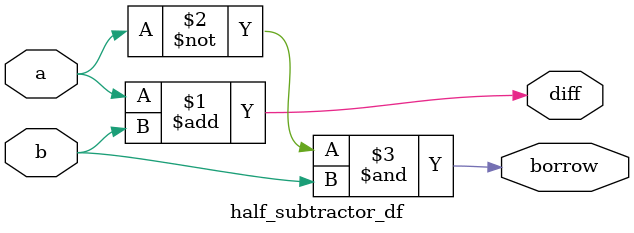
<source format=v>
`timescale 1ns / 1ps

module half_subtractor_df(
    input a,
    input b,
    output diff,
    output borrow
    );
    assign diff = a+b;
    assign borrow = (~a)&b;
endmodule

</source>
